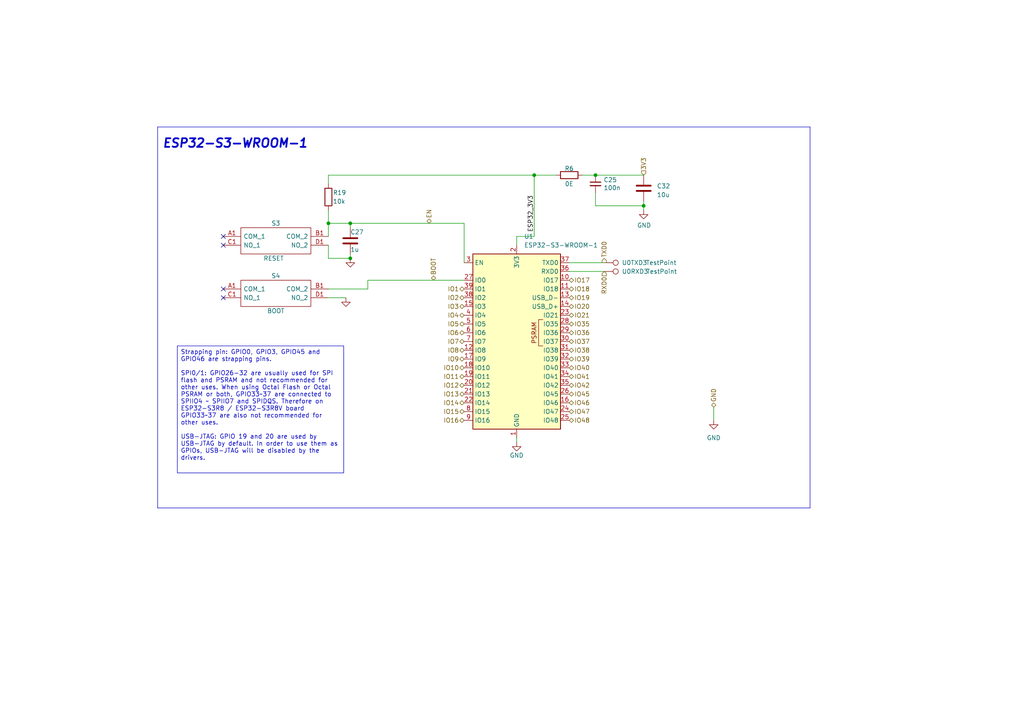
<source format=kicad_sch>
(kicad_sch (version 20250114) (generator "eeschema") (generator_version "9.0")
  (paper "A4")
  (lib_symbols
    (symbol "Connector:TestPoint" (pin_numbers (hide yes)) (pin_names (offset 0.762) (hide yes))
      (property "Reference" "TP" (at 0 6.858 0))
      (property "Value" "TestPoint" (at 0 5.08 0))
      (symbol "TestPoint_0_1"
        (circle (center 0 3.302) (radius 0.762))
      )
      (symbol "TestPoint_1_1"
        (pin passive line (at 0 0 90) (length 2.54) (name "1") (number "1"))
      )
    )
    (symbol "Device:C" (pin_numbers (hide yes)) (pin_names (offset 0.254))
      (property "Reference" "C" (at 0.635 2.54 0))
      (property "Value" "C" (at 0.635 -2.54 0))
      (symbol "C_0_1"
        (polyline (pts (xy -2.032 0.762) (xy 2.032 0.762)) (stroke (width 0.508)))
        (polyline (pts (xy -2.032 -0.762) (xy 2.032 -0.762)) (stroke (width 0.508)))
      )
      (symbol "C_1_1"
        (pin passive line (at 0 3.81 270) (length 2.794) (name "~") (number "1"))
        (pin passive line (at 0 -3.81 90) (length 2.794) (name "~") (number "2"))
      )
    )
    (symbol "Device:C_Small" (pin_numbers (hide yes)) (pin_names (offset 0.254) (hide yes))
      (property "Reference" "C" (at 0.254 1.778 0))
      (property "Value" "C_Small" (at 0.254 -2.032 0))
      (symbol "C_Small_0_1"
        (polyline (pts (xy -1.524 0.508) (xy 1.524 0.508)) (stroke (width 0.3048)))
        (polyline (pts (xy -1.524 -0.508) (xy 1.524 -0.508)) (stroke (width 0.3302)))
      )
      (symbol "C_Small_1_1"
        (pin passive line (at 0 2.54 270) (length 2.032) (name "~") (number "1"))
        (pin passive line (at 0 -2.54 90) (length 2.032) (name "~") (number "2"))
      )
    )
    (symbol "Device:R" (pin_numbers (hide yes)) (pin_names (offset 0))
      (property "Reference" "R" (at 2.032 0 90))
      (property "Value" "R" (at 0 0 90))
      (symbol "R_0_1"
        (rectangle (start -1.016 -2.54) (end 1.016 2.54) (stroke (width 0.254)))
      )
      (symbol "R_1_1"
        (pin passive line (at 0 3.81 270) (length 1.27) (name "~") (number "1"))
        (pin passive line (at 0 -3.81 90) (length 1.27) (name "~") (number "2"))
      )
    )
    (symbol "GND_1" (power) (pin_numbers (hide yes)) (pin_names (offset 0) (hide yes))
      (property "Value" "GND" (at 0 -3.81 0))
      (symbol "GND_1_0_1"
        (polyline (pts (xy 0 0) (xy 0 -1.27) (xy 1.27 -1.27) (xy 0 -2.54) (xy -1.27 -1.27) (xy 0 -1.27)))
      )
      (symbol "GND_1_1_1"
        (pin power_in line (at 0 0 270) (length 0) (name "~") (number "1"))
      )
    )
    (symbol "RF_Module:ESP32-S3-WROOM-1"
      (property "Reference" "U" (at -12.7 26.67 0))
      (property "Value" "ESP32-S3-WROOM-1" (at 12.7 26.67 0))
      (symbol "ESP32-S3-WROOM-1_0_0"
        (rectangle (start -12.7 25.4) (end 12.7 -25.4) (stroke (width 0.254)) (fill (type background)))
        (text "PSRAM" (at 5.08 2.54 900) (effects (font (size 1.27 1.27))))
      )
      (symbol "ESP32-S3-WROOM-1_0_1"
        (polyline (pts (xy 7.62 -1.27) (xy 6.35 -1.27) (xy 6.35 6.35) (xy 7.62 6.35)))
      )
      (symbol "ESP32-S3-WROOM-1_1_1"
        (pin input line (at -15.24 22.86 0) (length 2.54) (name "EN") (number "3"))
        (pin bidirectional line (at -15.24 17.78 0) (length 2.54) (name "IO0") (number "27"))
        (pin bidirectional line (at -15.24 15.24 0) (length 2.54) (name "IO1") (number "39"))
        (pin bidirectional line (at -15.24 12.7 0) (length 2.54) (name "IO2") (number "38"))
        (pin bidirectional line (at -15.24 10.16 0) (length 2.54) (name "IO3") (number "15"))
        (pin bidirectional line (at -15.24 7.62 0) (length 2.54) (name "IO4") (number "4"))
        (pin bidirectional line (at -15.24 5.08 0) (length 2.54) (name "IO5") (number "5"))
        (pin bidirectional line (at -15.24 2.54 0) (length 2.54) (name "IO6") (number "6"))
        (pin bidirectional line (at -15.24 0 0) (length 2.54) (name "IO7") (number "7"))
        (pin bidirectional line (at -15.24 -2.54 0) (length 2.54) (name "IO8") (number "12"))
        (pin bidirectional line (at -15.24 -5.08 0) (length 2.54) (name "IO9") (number "17"))
        (pin bidirectional line (at -15.24 -7.62 0) (length 2.54) (name "IO10") (number "18"))
        (pin bidirectional line (at -15.24 -10.16 0) (length 2.54) (name "IO11") (number "19"))
        (pin bidirectional line (at -15.24 -12.7 0) (length 2.54) (name "IO12") (number "20"))
        (pin bidirectional line (at -15.24 -15.24 0) (length 2.54) (name "IO13") (number "21"))
        (pin bidirectional line (at -15.24 -17.78 0) (length 2.54) (name "IO14") (number "22"))
        (pin bidirectional line (at -15.24 -20.32 0) (length 2.54) (name "IO15") (number "8"))
        (pin bidirectional line (at -15.24 -22.86 0) (length 2.54) (name "IO16") (number "9"))
        (pin power_in line (at 0 27.94 270) (length 2.54) (name "3V3") (number "2"))
        (pin power_in line (at 0 -27.94 90) (length 2.54) (name "GND") (number "1"))
        (pin passive line (at 0 -27.94 90) (length 2.54) (hide yes) (name "GND") (number "40"))
        (pin passive line (at 0 -27.94 90) (length 2.54) (hide yes) (name "GND") (number "41"))
        (pin bidirectional line (at 15.24 22.86 180) (length 2.54) (name "TXD0") (number "37"))
        (pin bidirectional line (at 15.24 20.32 180) (length 2.54) (name "RXD0") (number "36"))
        (pin bidirectional line (at 15.24 17.78 180) (length 2.54) (name "IO17") (number "10"))
        (pin bidirectional line (at 15.24 15.24 180) (length 2.54) (name "IO18") (number "11"))
        (pin bidirectional line (at 15.24 12.7 180) (length 2.54) (name "USB_D-") (number "13"))
        (pin bidirectional line (at 15.24 10.16 180) (length 2.54) (name "USB_D+") (number "14"))
        (pin bidirectional line (at 15.24 7.62 180) (length 2.54) (name "IO21") (number "23"))
        (pin bidirectional line (at 15.24 5.08 180) (length 2.54) (name "IO35") (number "28"))
        (pin bidirectional line (at 15.24 2.54 180) (length 2.54) (name "IO36") (number "29"))
        (pin bidirectional line (at 15.24 0 180) (length 2.54) (name "IO37") (number "30"))
        (pin bidirectional line (at 15.24 -2.54 180) (length 2.54) (name "IO38") (number "31"))
        (pin bidirectional line (at 15.24 -5.08 180) (length 2.54) (name "IO39") (number "32"))
        (pin bidirectional line (at 15.24 -7.62 180) (length 2.54) (name "IO40") (number "33"))
        (pin bidirectional line (at 15.24 -10.16 180) (length 2.54) (name "IO41") (number "34"))
        (pin bidirectional line (at 15.24 -12.7 180) (length 2.54) (name "IO42") (number "35"))
        (pin bidirectional line (at 15.24 -15.24 180) (length 2.54) (name "IO45") (number "26"))
        (pin bidirectional line (at 15.24 -17.78 180) (length 2.54) (name "IO46") (number "16"))
        (pin bidirectional line (at 15.24 -20.32 180) (length 2.54) (name "IO47") (number "24"))
        (pin bidirectional line (at 15.24 -22.86 180) (length 2.54) (name "IO48") (number "25"))
      )
    )
    (symbol "Reset Switch:TS-1187A-B-A-B" (pin_names (offset 0.762))
      (property "Reference" "S" (at 26.67 7.62 0))
      (property "Value" "TS-1187A-B-A-B" (at 26.67 5.08 0))
      (symbol "TS-1187A-B-A-B_0_0"
        (pin passive line (at 0 0 0) (length 5.08) (name "COM_1") (number "A1"))
        (pin passive line (at 0 -2.54 0) (length 5.08) (name "NO_1") (number "C1"))
        (pin passive line (at 30.48 0 180) (length 5.08) (name "COM_2") (number "B1"))
        (pin passive line (at 30.48 -2.54 180) (length 5.08) (name "NO_2") (number "D1"))
      )
      (symbol "TS-1187A-B-A-B_0_1"
        (polyline (pts (xy 5.08 2.54) (xy 25.4 2.54) (xy 25.4 -5.08) (xy 5.08 -5.08) (xy 5.08 2.54)) (stroke (width 0.1524)))
      )
    )
    (symbol "power:GND" (power) (pin_names (offset 0))
      (property "Value" "GND" (at 0 -3.81 0))
      (symbol "GND_0_1"
        (polyline (pts (xy 0 0) (xy 0 -1.27) (xy 1.27 -1.27) (xy 0 -2.54) (xy -1.27 -1.27) (xy 0 -1.27)))
      )
      (symbol "GND_1_1"
        (pin power_in line (at 0 0 270) (length 0) (hide yes) (name "GND") (number "1"))
      )
    )
  )
  (text "ESP32-S3-WROOM-1" (at 46.99 43.18 0) (effects (font (size 2.5 2.5) (thickness 0.5) (bold yes) (italic yes)) (justify left bottom)))
  (text_box "Strapping pin: GPIO0, GPIO3, GPIO45 and GPIO46 are strapping pins.\n\nSPI0/1: GPIO26-32 are usually used for SPI flash and PSRAM and not recommended for other uses. When using Octal Flash or Octal PSRAM or both, GPIO33~37 are connected to SPIIO4 ~ SPIIO7 and SPIDQS. Therefore on ESP32-S3R8 / ESP32-S3R8V board GPIO33~37 are also not recommended for other uses.\n\nUSB-JTAG: GPIO 19 and 20 are used by USB-JTAG by default. In order to use them as GPIOs, USB-JTAG will be disabled by the drivers." (at 51.435 100.33 0) (size 48.26 36.83) (margins 0.9525 0.9525 0.9525 0.9525) (effects (font (size 1.27 1.27)) (justify left top)))
  (junction (at 101.6 64.77))
  (junction (at 101.6 74.93))
  (junction (at 186.69 59.69))
  (junction (at 95.25 64.77))
  (junction (at 172.72 50.8))
  (junction (at 154.94 50.8))
  (no_connect (at 64.77 71.12))
  (no_connect (at 64.77 68.58))
  (no_connect (at 64.77 86.36))
  (no_connect (at 64.77 83.82))
  (wire (pts (xy 149.86 68.58) (xy 149.86 71.12)))
  (wire (pts (xy 154.94 50.8) (xy 161.29 50.8)))
  (wire (pts (xy 101.6 74.93) (xy 101.6 73.66)))
  (wire (pts (xy 95.25 74.93) (xy 101.6 74.93)))
  (wire (pts (xy 95.25 50.8) (xy 95.25 53.34)))
  (wire (pts (xy 100.33 86.36) (xy 95.25 86.36)))
  (polyline (pts (xy 45.72 36.83) (xy 45.72 147.32)))
  (wire (pts (xy 95.25 64.77) (xy 95.25 68.58)))
  (wire (pts (xy 172.72 50.8) (xy 186.69 50.8)))
  (wire (pts (xy 207.01 118.11) (xy 207.01 121.92)))
  (polyline (pts (xy 234.95 147.32) (xy 234.95 36.83)))
  (wire (pts (xy 186.69 59.69) (xy 186.69 58.42)))
  (wire (pts (xy 95.25 60.96) (xy 95.25 64.77)))
  (wire (pts (xy 95.25 71.12) (xy 95.25 74.93)))
  (wire (pts (xy 106.68 83.82) (xy 106.68 81.28)))
  (wire (pts (xy 172.72 59.69) (xy 186.69 59.69)))
  (wire (pts (xy 134.62 64.77) (xy 134.62 76.2)))
  (wire (pts (xy 172.72 55.88) (xy 172.72 59.69)))
  (wire (pts (xy 106.68 81.28) (xy 134.62 81.28)))
  (wire (pts (xy 101.6 64.77) (xy 101.6 66.04)))
  (wire (pts (xy 95.25 83.82) (xy 106.68 83.82)))
  (wire (pts (xy 95.25 64.77) (xy 101.6 64.77)))
  (wire (pts (xy 101.6 64.77) (xy 134.62 64.77)))
  (wire (pts (xy 165.1 78.74) (xy 175.26 78.74)))
  (wire (pts (xy 165.1 76.2) (xy 175.26 76.2)))
  (polyline (pts (xy 45.72 36.83) (xy 234.95 36.83)))
  (wire (pts (xy 168.91 50.8) (xy 172.72 50.8)))
  (wire (pts (xy 154.94 68.58) (xy 154.94 50.8)))
  (wire (pts (xy 154.94 68.58) (xy 149.86 68.58)))
  (wire (pts (xy 186.69 60.96) (xy 186.69 59.69)))
  (polyline (pts (xy 45.72 147.32) (xy 234.95 147.32)))
  (wire (pts (xy 149.86 128.27) (xy 149.86 127)))
  (wire (pts (xy 95.25 50.8) (xy 154.94 50.8)))
  (label "ESP32_3V3" (at 154.94 67.31 90))
  (hierarchical_label "IO4" (shape bidirectional) (at 134.62 91.44 180))
  (hierarchical_label "IO5" (shape bidirectional) (at 134.62 93.98 180))
  (hierarchical_label "IO15" (shape bidirectional) (at 134.62 119.38 180))
  (hierarchical_label "IO41" (shape bidirectional) (at 165.1 109.22 0))
  (hierarchical_label "IO19" (shape bidirectional) (at 165.1 86.36 0))
  (hierarchical_label "IO45" (shape bidirectional) (at 165.1 114.3 0))
  (hierarchical_label "IO48" (shape bidirectional) (at 165.1 121.92 0))
  (hierarchical_label "IO21" (shape bidirectional) (at 165.1 91.44 0))
  (hierarchical_label "IO13" (shape bidirectional) (at 134.62 114.3 180))
  (hierarchical_label "IO7" (shape bidirectional) (at 134.62 99.06 180))
  (hierarchical_label "IO12" (shape bidirectional) (at 134.62 111.76 180))
  (hierarchical_label "IO42" (shape bidirectional) (at 165.1 111.76 0))
  (hierarchical_label "IO18" (shape bidirectional) (at 165.1 83.82 0))
  (hierarchical_label "IO47" (shape bidirectional) (at 165.1 119.38 0))
  (hierarchical_label "IO10" (shape bidirectional) (at 134.62 106.68 180))
  (hierarchical_label "IO39" (shape bidirectional) (at 165.1 104.14 0))
  (hierarchical_label "TXD0" (shape output) (at 175.26 76.2 90))
  (hierarchical_label "IO20" (shape bidirectional) (at 165.1 88.9 0))
  (hierarchical_label "IO1" (shape bidirectional) (at 134.62 83.82 180))
  (hierarchical_label "RXD0" (shape input) (at 175.26 78.74 270))
  (hierarchical_label "IO17" (shape bidirectional) (at 165.1 81.28 0))
  (hierarchical_label "IO37" (shape bidirectional) (at 165.1 99.06 0))
  (hierarchical_label "IO35" (shape bidirectional) (at 165.1 93.98 0))
  (hierarchical_label "IO3" (shape bidirectional) (at 134.62 88.9 180))
  (hierarchical_label "IO14" (shape bidirectional) (at 134.62 116.84 180))
  (hierarchical_label "IO6" (shape bidirectional) (at 134.62 96.52 180))
  (hierarchical_label "BOOT" (shape bidirectional) (at 125.73 81.28 90))
  (hierarchical_label "IO46" (shape bidirectional) (at 165.1 116.84 0))
  (hierarchical_label "3V3" (shape input) (at 186.69 50.8 90))
  (hierarchical_label "IO9" (shape bidirectional) (at 134.62 104.14 180))
  (hierarchical_label "EN" (shape bidirectional) (at 124.46 64.77 90))
  (hierarchical_label "IO2" (shape bidirectional) (at 134.62 86.36 180))
  (hierarchical_label "IO38" (shape bidirectional) (at 165.1 101.6 0))
  (hierarchical_label "IO8" (shape bidirectional) (at 134.62 101.6 180))
  (hierarchical_label "IO36" (shape bidirectional) (at 165.1 96.52 0))
  (hierarchical_label "IO40" (shape bidirectional) (at 165.1 106.68 0))
  (hierarchical_label "GND" (shape bidirectional) (at 207.01 118.11 90))
  (hierarchical_label "IO16" (shape bidirectional) (at 134.62 121.92 180))
  (hierarchical_label "IO11" (shape bidirectional) (at 134.62 109.22 180))
  (symbol (lib_id "Connector:TestPoint") (at 175.26 78.74 270) (unit 1)
    (property "Reference" "U0RXD3" (at 180.34 78.74 90) (effects (justify left)))
    (property "Value" "TestPoint" (at 187.452 78.74 90) (effects (justify left)))
    (property "Footprint" "TestPoint:TestPoint_Pad_D2.5mm" (effects (hide yes)))
  )
  (symbol (lib_id "RF_Module:ESP32-S3-WROOM-1") (at 149.86 99.06 0) (unit 1)
    (property "Reference" "U1" (at 152.0033 68.58 0) (effects (justify left)))
    (property "Value" "ESP32-S3-WROOM-1" (at 152.0033 71.12 0) (effects (justify left)))
    (property "Footprint" "RF_Module:ESP32-S3-WROOM-1" (effects (hide yes)))
    (property "Datasheet" "https://www.espressif.com/sites/default/files/documentation/esp32-s3-wroom-1_wroom-1u_datasheet_en.pdf" (effects (hide yes)))
    (property "Description" "RF Module, ESP32-S3 SoC, Wi-Fi 802.11b/g/n, Bluetooth, BLE, 32-bit, 3.3V, onboard antenna, SMD" (effects (hide yes)))
  )
  (symbol (lib_id "Device:C") (at 101.6 69.85 0) (unit 1)
    (property "Reference" "C27" (at 101.6 67.31 0) (effects (justify left)))
    (property "Value" "1u" (at 101.6 72.39 0) (effects (justify left)))
    (property "Footprint" "Capacitor_SMD:C_0402_1005Metric" (effects (hide yes)))
    (property "LCSC Part #" "C52923" (effects (hide yes)))
  )
  (symbol (lib_id "power:GND") (at 186.69 60.96 0) (unit 1)
    (property "Reference" "#PWR059" (effects (hide yes)))
    (property "Value" "GND" (at 186.817 65.3542 0))
  )
  (symbol (lib_id "power:GND") (at 149.86 128.27 0) (unit 1)
    (property "Reference" "#PWR037" (effects (hide yes)))
    (property "Value" "GND" (at 149.86 132.08 0))
  )
  (symbol (lib_id "Reset Switch:TS-1187A-B-A-B") (at 64.77 68.58 0) (unit 1)
    (property "Reference" "S3" (at 80.01 64.77 0))
    (property "Value" "RESET" (at 79.375 74.93 0))
    (property "Footprint" "Push Button:TS1187ABAB" (effects (hide yes)))
    (property "Datasheet" "http://www.helloxkb.com/public/images/pdf/TS-1187A-X-X-X.pdf" (effects (hide yes)))
    (property "Description" "tact switch 4x4X1.5 patch 160GF metal head waterproof" (effects (hide yes)))
    (property "Height" "4.05" (effects (hide yes)))
    (property "Manufacturer_Name" "XKB Connectivity" (effects (hide yes)))
    (property "Manufacturer_Part_Number" "TS-1187A-B-A-B" (effects (hide yes)))
    (property "LCSC Part #" "C318884" (effects (hide yes)))
  )
  (symbol (lib_id "Reset Switch:TS-1187A-B-A-B") (at 64.77 83.82 0) (unit 1)
    (property "Reference" "S4" (at 80.01 80.01 0))
    (property "Value" "BOOT" (at 80.01 90.17 0))
    (property "Footprint" "Push Button:TS1187ABAB" (effects (hide yes)))
    (property "Datasheet" "http://www.helloxkb.com/public/images/pdf/TS-1187A-X-X-X.pdf" (effects (hide yes)))
    (property "Description" "tact switch 4x4X1.5 patch 160GF metal head waterproof" (effects (hide yes)))
    (property "Height" "4.05" (effects (hide yes)))
    (property "Manufacturer_Name" "XKB Connectivity" (effects (hide yes)))
    (property "Manufacturer_Part_Number" "TS-1187A-B-A-B" (effects (hide yes)))
    (property "LCSC Part #" "C318884" (effects (hide yes)))
  )
  (symbol (lib_id "Device:C_Small") (at 172.72 53.34 0) (unit 1)
    (property "Reference" "C25" (at 175.0568 52.1716 0) (effects (justify left)))
    (property "Value" "100n" (at 175.0568 54.483 0) (effects (justify left)))
    (property "Footprint" "Capacitor_SMD:C_0402_1005Metric" (effects (hide yes)))
    (property "LCSC Part #" "C1525" (effects (hide yes)))
  )
  (symbol (lib_id "power:GND") (at 101.6 74.93 0) (unit 1)
    (property "Reference" "#PWR028" (effects (hide yes)))
    (property "Value" "GND" (effects (hide yes)))
  )
  (symbol (lib_id "Connector:TestPoint") (at 175.26 76.2 270) (unit 1)
    (property "Reference" "U0TXD3" (at 180.34 76.2 90) (effects (justify left)))
    (property "Value" "TestPoint" (at 187.325 76.2 90) (effects (justify left)))
    (property "Footprint" "TestPoint:TestPoint_Pad_D2.5mm" (effects (hide yes)))
  )
  (symbol (lib_id "Device:R") (at 95.25 57.15 0) (unit 1)
    (property "Reference" "R19" (at 96.52 55.88 0) (effects (justify left)))
    (property "Value" "10k" (at 96.52 58.42 0) (effects (justify left)))
    (property "Footprint" "Resistor_SMD:R_0402_1005Metric" (effects (hide yes)))
    (property "LCSC Part #" "C25744" (effects (hide yes)))
  )
  (symbol (lib_id "power:GND") (at 100.33 86.36 0) (unit 1)
    (property "Reference" "#PWR026" (effects (hide yes)))
    (property "Value" "GND" (effects (hide yes)))
  )
  (symbol (lib_id "Device:R") (at 165.1 50.8 90) (unit 1)
    (property "Reference" "R6" (at 165.1 48.895 90))
    (property "Value" "0E" (at 165.1 53.34 90))
    (property "Footprint" "Resistor_SMD:R_0402_1005Metric" (effects (hide yes)))
    (property "LCSC Part #" "C17168" (effects (hide yes)))
  )
  (symbol (lib_name "GND_1") (lib_id "power:GND") (at 207.01 121.92 0) (unit 1)
    (property "Reference" "#PWR01" (effects (hide yes)))
    (property "Value" "GND" (at 207.01 127 0))
    (property "Description" "Power symbol creates a global label with name \"GND\" , ground" (effects (hide yes)))
  )
  (symbol (lib_id "Device:C") (at 186.69 54.61 0) (unit 1)
    (property "Reference" "C32" (at 190.5 53.975 0) (effects (justify left)))
    (property "Value" "10u" (at 190.5 56.515 0) (effects (justify left)))
    (property "Footprint" "Capacitor_SMD:C_0603_1608Metric" (effects (hide yes)))
    (property "LCSC Part #" "C96446" (effects (hide yes)))
  )
)
</source>
